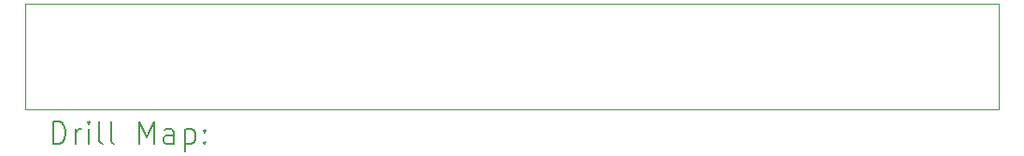
<source format=gbr>
%TF.GenerationSoftware,KiCad,Pcbnew,8.0.0*%
%TF.CreationDate,2024-04-17T16:53:56+02:00*%
%TF.ProjectId,Carte LED,43617274-6520-44c4-9544-2e6b69636164,rev?*%
%TF.SameCoordinates,Original*%
%TF.FileFunction,Drillmap*%
%TF.FilePolarity,Positive*%
%FSLAX45Y45*%
G04 Gerber Fmt 4.5, Leading zero omitted, Abs format (unit mm)*
G04 Created by KiCad (PCBNEW 8.0.0) date 2024-04-17 16:53:56*
%MOMM*%
%LPD*%
G01*
G04 APERTURE LIST*
%ADD10C,0.100000*%
%ADD11C,0.200000*%
G04 APERTURE END LIST*
D10*
X10096500Y-8826500D02*
X18923000Y-8826500D01*
X18923000Y-9779000D01*
X10096500Y-9779000D01*
X10096500Y-8826500D01*
D11*
X10352277Y-10095484D02*
X10352277Y-9895484D01*
X10352277Y-9895484D02*
X10399896Y-9895484D01*
X10399896Y-9895484D02*
X10428467Y-9905008D01*
X10428467Y-9905008D02*
X10447515Y-9924055D01*
X10447515Y-9924055D02*
X10457039Y-9943103D01*
X10457039Y-9943103D02*
X10466563Y-9981198D01*
X10466563Y-9981198D02*
X10466563Y-10009770D01*
X10466563Y-10009770D02*
X10457039Y-10047865D01*
X10457039Y-10047865D02*
X10447515Y-10066912D01*
X10447515Y-10066912D02*
X10428467Y-10085960D01*
X10428467Y-10085960D02*
X10399896Y-10095484D01*
X10399896Y-10095484D02*
X10352277Y-10095484D01*
X10552277Y-10095484D02*
X10552277Y-9962150D01*
X10552277Y-10000246D02*
X10561801Y-9981198D01*
X10561801Y-9981198D02*
X10571324Y-9971674D01*
X10571324Y-9971674D02*
X10590372Y-9962150D01*
X10590372Y-9962150D02*
X10609420Y-9962150D01*
X10676086Y-10095484D02*
X10676086Y-9962150D01*
X10676086Y-9895484D02*
X10666563Y-9905008D01*
X10666563Y-9905008D02*
X10676086Y-9914531D01*
X10676086Y-9914531D02*
X10685610Y-9905008D01*
X10685610Y-9905008D02*
X10676086Y-9895484D01*
X10676086Y-9895484D02*
X10676086Y-9914531D01*
X10799896Y-10095484D02*
X10780848Y-10085960D01*
X10780848Y-10085960D02*
X10771324Y-10066912D01*
X10771324Y-10066912D02*
X10771324Y-9895484D01*
X10904658Y-10095484D02*
X10885610Y-10085960D01*
X10885610Y-10085960D02*
X10876086Y-10066912D01*
X10876086Y-10066912D02*
X10876086Y-9895484D01*
X11133229Y-10095484D02*
X11133229Y-9895484D01*
X11133229Y-9895484D02*
X11199896Y-10038341D01*
X11199896Y-10038341D02*
X11266562Y-9895484D01*
X11266562Y-9895484D02*
X11266562Y-10095484D01*
X11447515Y-10095484D02*
X11447515Y-9990722D01*
X11447515Y-9990722D02*
X11437991Y-9971674D01*
X11437991Y-9971674D02*
X11418943Y-9962150D01*
X11418943Y-9962150D02*
X11380848Y-9962150D01*
X11380848Y-9962150D02*
X11361801Y-9971674D01*
X11447515Y-10085960D02*
X11428467Y-10095484D01*
X11428467Y-10095484D02*
X11380848Y-10095484D01*
X11380848Y-10095484D02*
X11361801Y-10085960D01*
X11361801Y-10085960D02*
X11352277Y-10066912D01*
X11352277Y-10066912D02*
X11352277Y-10047865D01*
X11352277Y-10047865D02*
X11361801Y-10028817D01*
X11361801Y-10028817D02*
X11380848Y-10019293D01*
X11380848Y-10019293D02*
X11428467Y-10019293D01*
X11428467Y-10019293D02*
X11447515Y-10009770D01*
X11542753Y-9962150D02*
X11542753Y-10162150D01*
X11542753Y-9971674D02*
X11561801Y-9962150D01*
X11561801Y-9962150D02*
X11599896Y-9962150D01*
X11599896Y-9962150D02*
X11618943Y-9971674D01*
X11618943Y-9971674D02*
X11628467Y-9981198D01*
X11628467Y-9981198D02*
X11637991Y-10000246D01*
X11637991Y-10000246D02*
X11637991Y-10057389D01*
X11637991Y-10057389D02*
X11628467Y-10076436D01*
X11628467Y-10076436D02*
X11618943Y-10085960D01*
X11618943Y-10085960D02*
X11599896Y-10095484D01*
X11599896Y-10095484D02*
X11561801Y-10095484D01*
X11561801Y-10095484D02*
X11542753Y-10085960D01*
X11723705Y-10076436D02*
X11733229Y-10085960D01*
X11733229Y-10085960D02*
X11723705Y-10095484D01*
X11723705Y-10095484D02*
X11714182Y-10085960D01*
X11714182Y-10085960D02*
X11723705Y-10076436D01*
X11723705Y-10076436D02*
X11723705Y-10095484D01*
X11723705Y-9971674D02*
X11733229Y-9981198D01*
X11733229Y-9981198D02*
X11723705Y-9990722D01*
X11723705Y-9990722D02*
X11714182Y-9981198D01*
X11714182Y-9981198D02*
X11723705Y-9971674D01*
X11723705Y-9971674D02*
X11723705Y-9990722D01*
M02*

</source>
